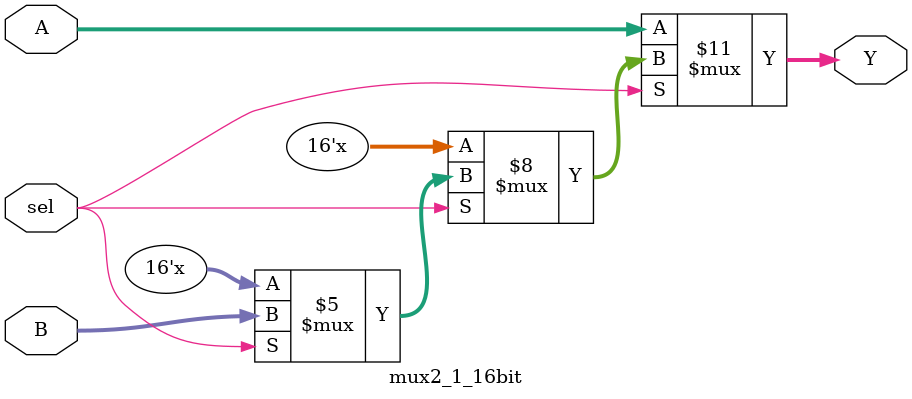
<source format=v>
module mux2_1_16bit(output reg [15:0] Y, input[15:0]A,B,input sel);
  
  
  
  always@(sel)
    if(sel==1'b0)
     Y=A;
        
      
  else if (sel==1'b1)
     Y=B;
  
  
  
endmodule 
</source>
